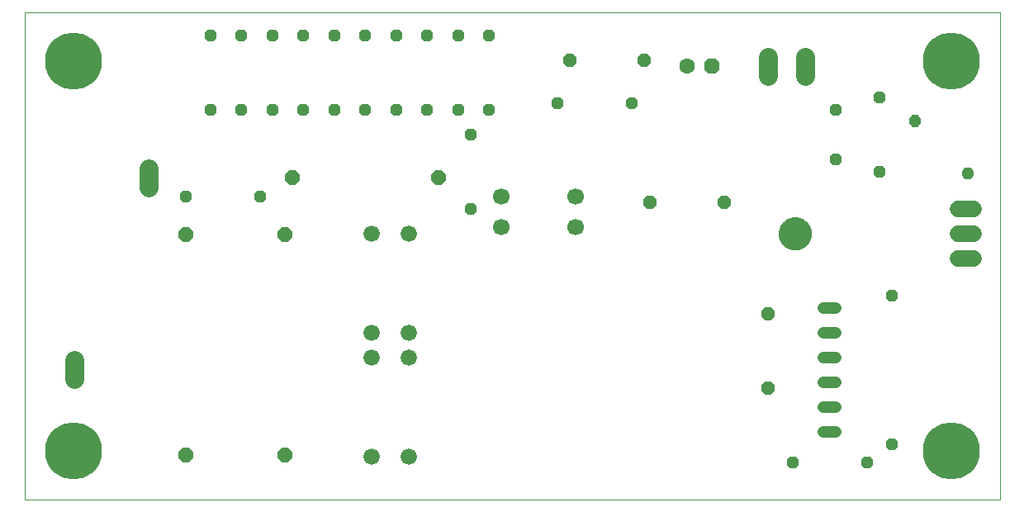
<source format=gbs>
G75*
%MOIN*%
%OFA0B0*%
%FSLAX25Y25*%
%IPPOS*%
%LPD*%
%AMOC8*
5,1,8,0,0,1.08239X$1,22.5*
%
%ADD10C,0.00000*%
%ADD11OC8,0.05400*%
%ADD12OC8,0.04800*%
%ADD13OC8,0.06000*%
%ADD14C,0.06600*%
%ADD15C,0.00960*%
%ADD16C,0.04800*%
%ADD17C,0.07800*%
%ADD18OC8,0.06300*%
%ADD19C,0.06300*%
%ADD20C,0.23000*%
%ADD21C,0.06600*%
%ADD22C,0.13000*%
%ADD23C,0.06693*%
D10*
X0002000Y0002000D02*
X0002000Y0198850D01*
X0395701Y0198850D01*
X0395701Y0002000D01*
X0002000Y0002000D01*
X0306500Y0109500D02*
X0306502Y0109661D01*
X0306508Y0109821D01*
X0306518Y0109982D01*
X0306532Y0110142D01*
X0306550Y0110302D01*
X0306571Y0110461D01*
X0306597Y0110620D01*
X0306627Y0110778D01*
X0306660Y0110935D01*
X0306698Y0111092D01*
X0306739Y0111247D01*
X0306784Y0111401D01*
X0306833Y0111554D01*
X0306886Y0111706D01*
X0306942Y0111857D01*
X0307003Y0112006D01*
X0307066Y0112154D01*
X0307134Y0112300D01*
X0307205Y0112444D01*
X0307279Y0112586D01*
X0307357Y0112727D01*
X0307439Y0112865D01*
X0307524Y0113002D01*
X0307612Y0113136D01*
X0307704Y0113268D01*
X0307799Y0113398D01*
X0307897Y0113526D01*
X0307998Y0113651D01*
X0308102Y0113773D01*
X0308209Y0113893D01*
X0308319Y0114010D01*
X0308432Y0114125D01*
X0308548Y0114236D01*
X0308667Y0114345D01*
X0308788Y0114450D01*
X0308912Y0114553D01*
X0309038Y0114653D01*
X0309166Y0114749D01*
X0309297Y0114842D01*
X0309431Y0114932D01*
X0309566Y0115019D01*
X0309704Y0115102D01*
X0309843Y0115182D01*
X0309985Y0115258D01*
X0310128Y0115331D01*
X0310273Y0115400D01*
X0310420Y0115466D01*
X0310568Y0115528D01*
X0310718Y0115586D01*
X0310869Y0115641D01*
X0311022Y0115692D01*
X0311176Y0115739D01*
X0311331Y0115782D01*
X0311487Y0115821D01*
X0311643Y0115857D01*
X0311801Y0115888D01*
X0311959Y0115916D01*
X0312118Y0115940D01*
X0312278Y0115960D01*
X0312438Y0115976D01*
X0312598Y0115988D01*
X0312759Y0115996D01*
X0312920Y0116000D01*
X0313080Y0116000D01*
X0313241Y0115996D01*
X0313402Y0115988D01*
X0313562Y0115976D01*
X0313722Y0115960D01*
X0313882Y0115940D01*
X0314041Y0115916D01*
X0314199Y0115888D01*
X0314357Y0115857D01*
X0314513Y0115821D01*
X0314669Y0115782D01*
X0314824Y0115739D01*
X0314978Y0115692D01*
X0315131Y0115641D01*
X0315282Y0115586D01*
X0315432Y0115528D01*
X0315580Y0115466D01*
X0315727Y0115400D01*
X0315872Y0115331D01*
X0316015Y0115258D01*
X0316157Y0115182D01*
X0316296Y0115102D01*
X0316434Y0115019D01*
X0316569Y0114932D01*
X0316703Y0114842D01*
X0316834Y0114749D01*
X0316962Y0114653D01*
X0317088Y0114553D01*
X0317212Y0114450D01*
X0317333Y0114345D01*
X0317452Y0114236D01*
X0317568Y0114125D01*
X0317681Y0114010D01*
X0317791Y0113893D01*
X0317898Y0113773D01*
X0318002Y0113651D01*
X0318103Y0113526D01*
X0318201Y0113398D01*
X0318296Y0113268D01*
X0318388Y0113136D01*
X0318476Y0113002D01*
X0318561Y0112865D01*
X0318643Y0112727D01*
X0318721Y0112586D01*
X0318795Y0112444D01*
X0318866Y0112300D01*
X0318934Y0112154D01*
X0318997Y0112006D01*
X0319058Y0111857D01*
X0319114Y0111706D01*
X0319167Y0111554D01*
X0319216Y0111401D01*
X0319261Y0111247D01*
X0319302Y0111092D01*
X0319340Y0110935D01*
X0319373Y0110778D01*
X0319403Y0110620D01*
X0319429Y0110461D01*
X0319450Y0110302D01*
X0319468Y0110142D01*
X0319482Y0109982D01*
X0319492Y0109821D01*
X0319498Y0109661D01*
X0319500Y0109500D01*
X0319498Y0109339D01*
X0319492Y0109179D01*
X0319482Y0109018D01*
X0319468Y0108858D01*
X0319450Y0108698D01*
X0319429Y0108539D01*
X0319403Y0108380D01*
X0319373Y0108222D01*
X0319340Y0108065D01*
X0319302Y0107908D01*
X0319261Y0107753D01*
X0319216Y0107599D01*
X0319167Y0107446D01*
X0319114Y0107294D01*
X0319058Y0107143D01*
X0318997Y0106994D01*
X0318934Y0106846D01*
X0318866Y0106700D01*
X0318795Y0106556D01*
X0318721Y0106414D01*
X0318643Y0106273D01*
X0318561Y0106135D01*
X0318476Y0105998D01*
X0318388Y0105864D01*
X0318296Y0105732D01*
X0318201Y0105602D01*
X0318103Y0105474D01*
X0318002Y0105349D01*
X0317898Y0105227D01*
X0317791Y0105107D01*
X0317681Y0104990D01*
X0317568Y0104875D01*
X0317452Y0104764D01*
X0317333Y0104655D01*
X0317212Y0104550D01*
X0317088Y0104447D01*
X0316962Y0104347D01*
X0316834Y0104251D01*
X0316703Y0104158D01*
X0316569Y0104068D01*
X0316434Y0103981D01*
X0316296Y0103898D01*
X0316157Y0103818D01*
X0316015Y0103742D01*
X0315872Y0103669D01*
X0315727Y0103600D01*
X0315580Y0103534D01*
X0315432Y0103472D01*
X0315282Y0103414D01*
X0315131Y0103359D01*
X0314978Y0103308D01*
X0314824Y0103261D01*
X0314669Y0103218D01*
X0314513Y0103179D01*
X0314357Y0103143D01*
X0314199Y0103112D01*
X0314041Y0103084D01*
X0313882Y0103060D01*
X0313722Y0103040D01*
X0313562Y0103024D01*
X0313402Y0103012D01*
X0313241Y0103004D01*
X0313080Y0103000D01*
X0312920Y0103000D01*
X0312759Y0103004D01*
X0312598Y0103012D01*
X0312438Y0103024D01*
X0312278Y0103040D01*
X0312118Y0103060D01*
X0311959Y0103084D01*
X0311801Y0103112D01*
X0311643Y0103143D01*
X0311487Y0103179D01*
X0311331Y0103218D01*
X0311176Y0103261D01*
X0311022Y0103308D01*
X0310869Y0103359D01*
X0310718Y0103414D01*
X0310568Y0103472D01*
X0310420Y0103534D01*
X0310273Y0103600D01*
X0310128Y0103669D01*
X0309985Y0103742D01*
X0309843Y0103818D01*
X0309704Y0103898D01*
X0309566Y0103981D01*
X0309431Y0104068D01*
X0309297Y0104158D01*
X0309166Y0104251D01*
X0309038Y0104347D01*
X0308912Y0104447D01*
X0308788Y0104550D01*
X0308667Y0104655D01*
X0308548Y0104764D01*
X0308432Y0104875D01*
X0308319Y0104990D01*
X0308209Y0105107D01*
X0308102Y0105227D01*
X0307998Y0105349D01*
X0307897Y0105474D01*
X0307799Y0105602D01*
X0307704Y0105732D01*
X0307612Y0105864D01*
X0307524Y0105998D01*
X0307439Y0106135D01*
X0307357Y0106273D01*
X0307279Y0106414D01*
X0307205Y0106556D01*
X0307134Y0106700D01*
X0307066Y0106846D01*
X0307003Y0106994D01*
X0306942Y0107143D01*
X0306886Y0107294D01*
X0306833Y0107446D01*
X0306784Y0107599D01*
X0306739Y0107753D01*
X0306698Y0107908D01*
X0306660Y0108065D01*
X0306627Y0108222D01*
X0306597Y0108380D01*
X0306571Y0108539D01*
X0306550Y0108698D01*
X0306532Y0108858D01*
X0306518Y0109018D01*
X0306508Y0109179D01*
X0306502Y0109339D01*
X0306500Y0109500D01*
D11*
X0284500Y0122000D03*
X0254500Y0122000D03*
X0302000Y0077000D03*
X0302000Y0047000D03*
X0252000Y0179500D03*
X0222000Y0179500D03*
D12*
X0189500Y0189500D03*
X0177000Y0189500D03*
X0164500Y0189500D03*
X0152000Y0189500D03*
X0139500Y0189500D03*
X0127000Y0189500D03*
X0114500Y0189500D03*
X0102000Y0189500D03*
X0089500Y0189500D03*
X0077000Y0189500D03*
X0077000Y0159500D03*
X0089500Y0159500D03*
X0102000Y0159500D03*
X0114500Y0159500D03*
X0127000Y0159500D03*
X0139500Y0159500D03*
X0152000Y0159500D03*
X0164500Y0159500D03*
X0177000Y0159500D03*
X0189500Y0159500D03*
X0182000Y0149500D03*
X0217000Y0162000D03*
X0247000Y0162000D03*
X0182000Y0119500D03*
X0097000Y0124500D03*
X0067000Y0124500D03*
X0312000Y0017000D03*
X0342000Y0017000D03*
X0352000Y0024500D03*
X0352000Y0084500D03*
X0347000Y0134500D03*
X0329500Y0139500D03*
X0329500Y0159500D03*
X0347000Y0164500D03*
D13*
X0169000Y0132000D03*
X0110000Y0132000D03*
X0107000Y0109000D03*
X0067000Y0109000D03*
X0067000Y0020000D03*
X0107000Y0020000D03*
D14*
X0142000Y0019500D03*
X0157000Y0019500D03*
X0157000Y0059500D03*
X0142000Y0059500D03*
X0142000Y0069500D03*
X0157000Y0069500D03*
X0157000Y0109500D03*
X0142000Y0109500D03*
D15*
X0361078Y0156546D02*
X0360598Y0157026D01*
X0362188Y0157026D01*
X0363312Y0155902D01*
X0363312Y0154312D01*
X0362188Y0153188D01*
X0360598Y0153188D01*
X0359474Y0154312D01*
X0359474Y0155902D01*
X0360598Y0157026D01*
X0360896Y0156306D01*
X0361890Y0156306D01*
X0362592Y0155604D01*
X0362592Y0154610D01*
X0361890Y0153908D01*
X0360896Y0153908D01*
X0360194Y0154610D01*
X0360194Y0155604D01*
X0360896Y0156306D01*
X0361194Y0155586D01*
X0361592Y0155586D01*
X0361872Y0155306D01*
X0361872Y0154908D01*
X0361592Y0154628D01*
X0361194Y0154628D01*
X0360914Y0154908D01*
X0360914Y0155306D01*
X0361194Y0155586D01*
X0382292Y0135332D02*
X0381812Y0135812D01*
X0383402Y0135812D01*
X0384526Y0134688D01*
X0384526Y0133098D01*
X0383402Y0131974D01*
X0381812Y0131974D01*
X0380688Y0133098D01*
X0380688Y0134688D01*
X0381812Y0135812D01*
X0382110Y0135092D01*
X0383104Y0135092D01*
X0383806Y0134390D01*
X0383806Y0133396D01*
X0383104Y0132694D01*
X0382110Y0132694D01*
X0381408Y0133396D01*
X0381408Y0134390D01*
X0382110Y0135092D01*
X0382408Y0134372D01*
X0382806Y0134372D01*
X0383086Y0134092D01*
X0383086Y0133694D01*
X0382806Y0133414D01*
X0382408Y0133414D01*
X0382128Y0133694D01*
X0382128Y0134092D01*
X0382408Y0134372D01*
D16*
X0329400Y0079500D02*
X0324600Y0079500D01*
X0324600Y0069500D02*
X0329400Y0069500D01*
X0329400Y0059500D02*
X0324600Y0059500D01*
X0324600Y0049500D02*
X0329400Y0049500D01*
X0329400Y0039500D02*
X0324600Y0039500D01*
X0324600Y0029500D02*
X0329400Y0029500D01*
D17*
X0052000Y0128100D02*
X0052000Y0135900D01*
X0022000Y0058400D02*
X0022000Y0050600D01*
X0302000Y0173100D02*
X0302000Y0180900D01*
X0317000Y0180900D02*
X0317000Y0173100D01*
D18*
X0279500Y0177000D03*
D19*
X0269500Y0177000D03*
D20*
X0376016Y0179165D03*
X0376016Y0021685D03*
X0021685Y0021685D03*
X0021685Y0179165D03*
D21*
X0378700Y0119500D02*
X0385300Y0119500D01*
X0385300Y0109500D02*
X0378700Y0109500D01*
X0378700Y0099500D02*
X0385300Y0099500D01*
D22*
X0313000Y0109500D03*
D23*
X0224500Y0112000D03*
X0224500Y0124500D03*
X0194500Y0124500D03*
X0194500Y0112000D03*
M02*

</source>
